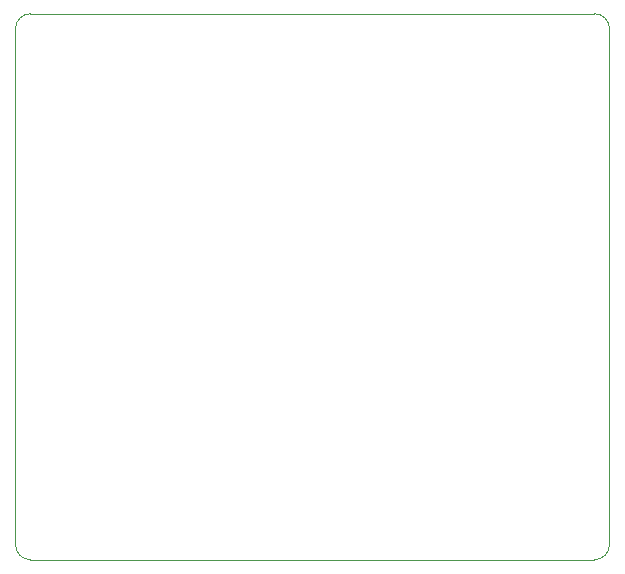
<source format=gm1>
G04 #@! TF.GenerationSoftware,KiCad,Pcbnew,5.1.10*
G04 #@! TF.CreationDate,2021-07-04T17:42:54-04:00*
G04 #@! TF.ProjectId,windpup,77696e64-7075-4702-9e6b-696361645f70,rev?*
G04 #@! TF.SameCoordinates,Original*
G04 #@! TF.FileFunction,Profile,NP*
%FSLAX46Y46*%
G04 Gerber Fmt 4.6, Leading zero omitted, Abs format (unit mm)*
G04 Created by KiCad (PCBNEW 5.1.10) date 2021-07-04 17:42:54*
%MOMM*%
%LPD*%
G01*
G04 APERTURE LIST*
G04 #@! TA.AperFunction,Profile*
%ADD10C,0.100000*%
G04 #@! TD*
G04 APERTURE END LIST*
D10*
X170434000Y-75692000D02*
G75*
G02*
X171704000Y-76962000I0J-1270000D01*
G01*
X171704000Y-120650000D02*
G75*
G02*
X170434000Y-121920000I-1270000J0D01*
G01*
X122682000Y-121920000D02*
G75*
G02*
X121412000Y-120650000I0J1270000D01*
G01*
X121412000Y-76962000D02*
G75*
G02*
X122682000Y-75692000I1270000J0D01*
G01*
X171704000Y-76962000D02*
X171704000Y-120650000D01*
X122682000Y-75692000D02*
X170434000Y-75692000D01*
X121412000Y-120650000D02*
X121412000Y-76962000D01*
X170434000Y-121920000D02*
X122682000Y-121920000D01*
M02*

</source>
